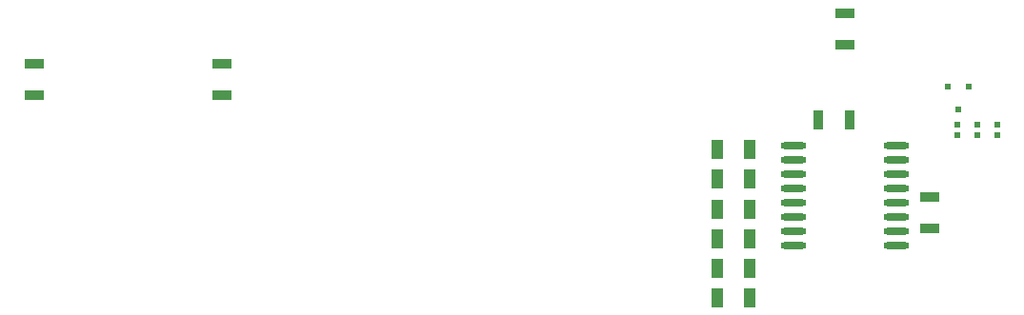
<source format=gtp>
G04*
G04 #@! TF.GenerationSoftware,Altium Limited,Altium Designer,21.5.1 (32)*
G04*
G04 Layer_Color=8421504*
%FSLAX25Y25*%
%MOIN*%
G70*
G04*
G04 #@! TF.SameCoordinates,6B47F07E-1737-4CAB-AE6A-8125E67B32FB*
G04*
G04*
G04 #@! TF.FilePolarity,Positive*
G04*
G01*
G75*
%ADD18R,0.01969X0.02362*%
%ADD19R,0.06693X0.03740*%
%ADD20R,0.04331X0.06693*%
%ADD21R,0.03740X0.06693*%
%ADD22R,0.02165X0.02362*%
%ADD23O,0.09055X0.02362*%
D18*
X424902Y110236D02*
D03*
X432382D02*
D03*
X428642Y102362D02*
D03*
D19*
X388779Y136024D02*
D03*
Y125000D02*
D03*
X170866Y107087D02*
D03*
Y118110D02*
D03*
X418504Y60532D02*
D03*
Y71555D02*
D03*
X105118Y118110D02*
D03*
Y107087D02*
D03*
D20*
X344291Y67402D02*
D03*
X355709D02*
D03*
X344291Y57008D02*
D03*
X355709D02*
D03*
X344291Y77795D02*
D03*
X355709D02*
D03*
X344291Y88189D02*
D03*
X355709D02*
D03*
Y46614D02*
D03*
X344291D02*
D03*
Y36220D02*
D03*
X355709D02*
D03*
D21*
X379528Y98425D02*
D03*
X390551D02*
D03*
D22*
X435237Y93406D02*
D03*
Y96752D02*
D03*
X428347Y93405D02*
D03*
Y96752D02*
D03*
X442126Y93406D02*
D03*
Y96752D02*
D03*
D23*
X371063Y89547D02*
D03*
Y84547D02*
D03*
Y79547D02*
D03*
Y74547D02*
D03*
Y69547D02*
D03*
Y64547D02*
D03*
Y59547D02*
D03*
Y54547D02*
D03*
X406890Y89547D02*
D03*
Y84547D02*
D03*
Y79547D02*
D03*
Y74547D02*
D03*
Y69547D02*
D03*
Y64547D02*
D03*
Y59547D02*
D03*
Y54547D02*
D03*
M02*

</source>
